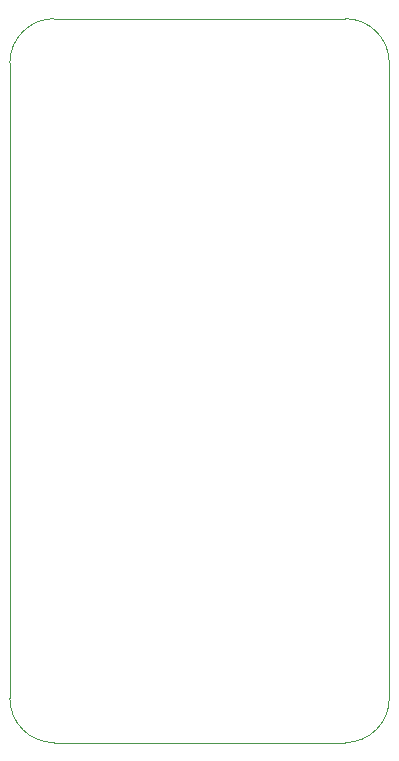
<source format=gbr>
%TF.GenerationSoftware,KiCad,Pcbnew,8.0.7*%
%TF.CreationDate,2025-07-29T20:25:38-07:00*%
%TF.ProjectId,V2.7-Connector-board,56322e37-2d43-46f6-9e6e-6563746f722d,rev?*%
%TF.SameCoordinates,Original*%
%TF.FileFunction,Profile,NP*%
%FSLAX46Y46*%
G04 Gerber Fmt 4.6, Leading zero omitted, Abs format (unit mm)*
G04 Created by KiCad (PCBNEW 8.0.7) date 2025-07-29 20:25:38*
%MOMM*%
%LPD*%
G01*
G04 APERTURE LIST*
%TA.AperFunction,Profile*%
%ADD10C,0.050000*%
%TD*%
G04 APERTURE END LIST*
D10*
X142427000Y-85934350D02*
X117796000Y-85934350D01*
X117796000Y-85934350D02*
G75*
G02*
X114045950Y-82184350I0J3750050D01*
G01*
X142427000Y-24638000D02*
G75*
G02*
X146177000Y-28388000I0J-3750000D01*
G01*
X146177000Y-82184350D02*
G75*
G02*
X142427000Y-85934300I-3750000J50D01*
G01*
X146177000Y-28388000D02*
X146177000Y-82184350D01*
X114046000Y-28388000D02*
G75*
G02*
X117796000Y-24638000I3750000J0D01*
G01*
X117796000Y-24638000D02*
X142427000Y-24638000D01*
X114046000Y-82184350D02*
X114046000Y-28388000D01*
M02*

</source>
